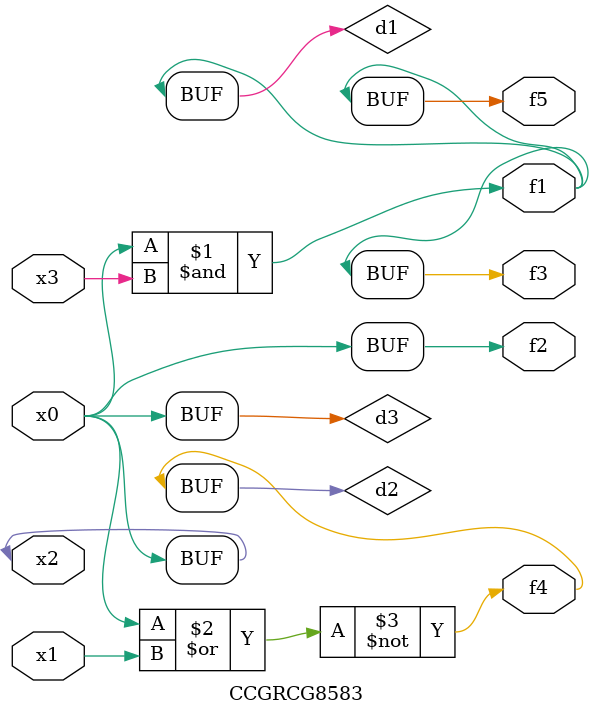
<source format=v>
module CCGRCG8583(
	input x0, x1, x2, x3,
	output f1, f2, f3, f4, f5
);

	wire d1, d2, d3;

	and (d1, x2, x3);
	nor (d2, x0, x1);
	buf (d3, x0, x2);
	assign f1 = d1;
	assign f2 = d3;
	assign f3 = d1;
	assign f4 = d2;
	assign f5 = d1;
endmodule

</source>
